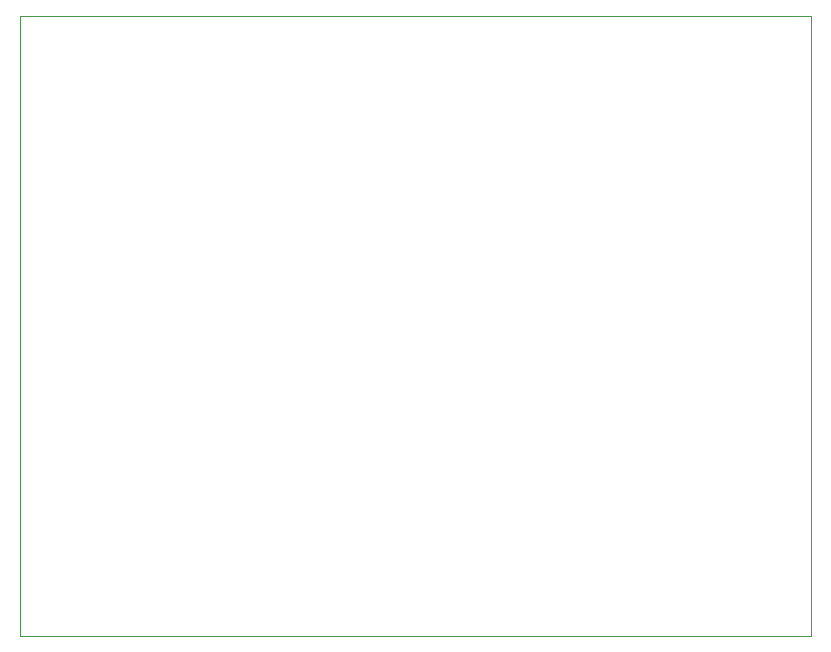
<source format=gbr>
%TF.GenerationSoftware,KiCad,Pcbnew,9.0.6*%
%TF.CreationDate,2025-12-16T22:47:36+01:00*%
%TF.ProjectId,power_control.kicad_proj,706f7765-725f-4636-9f6e-74726f6c2e6b,rev?*%
%TF.SameCoordinates,Original*%
%TF.FileFunction,Profile,NP*%
%FSLAX46Y46*%
G04 Gerber Fmt 4.6, Leading zero omitted, Abs format (unit mm)*
G04 Created by KiCad (PCBNEW 9.0.6) date 2025-12-16 22:47:36*
%MOMM*%
%LPD*%
G01*
G04 APERTURE LIST*
%TA.AperFunction,Profile*%
%ADD10C,0.050000*%
%TD*%
G04 APERTURE END LIST*
D10*
X38000000Y-39000000D02*
X105000000Y-39000000D01*
X105000000Y-91500000D01*
X38000000Y-91500000D01*
X38000000Y-39000000D01*
M02*

</source>
